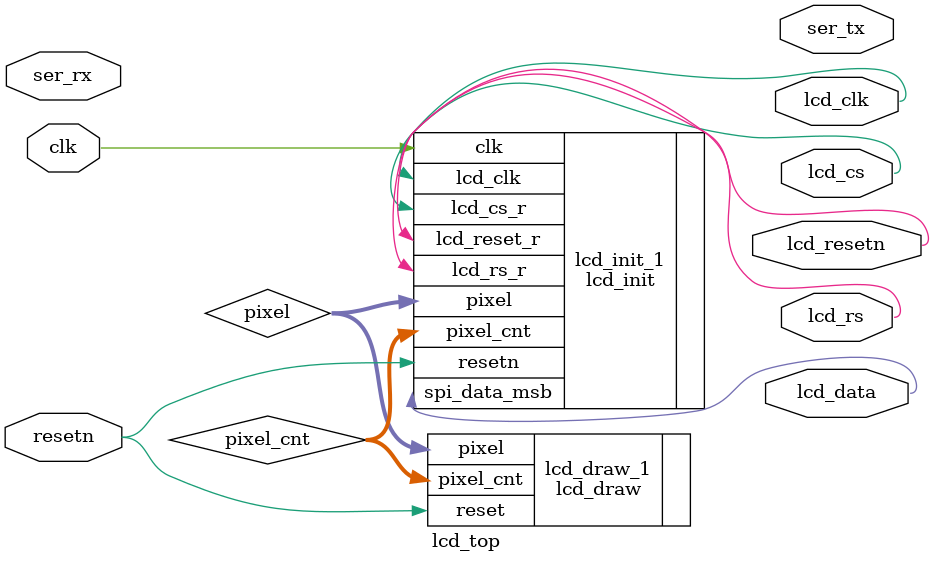
<source format=v>

`timescale 1ns/1ps

module lcd_top(
	input clk,      // 27M
	input resetn,   //key reset

	output ser_tx,          //JTAG serial tx
	input ser_rx,           //JTAG serial rx

	output lcd_resetn,      //RST  PIN47_IOB43B_SPILCD_EN
	output lcd_clk,         //SCL  PIN76_IOT37B_SPILCD_MCLK
	output lcd_cs,          //CS   PIN48_IOR24B_SPILCD_CS
	output lcd_rs,          //RS   PIN49_IOR24A_SPILCD_RS     DC:0:cmd  1:data 
	output lcd_data         //SDA  PIN77_IOT37A_SPILCD_MO
);


wire [15:0] pixel,pixel_cnt;
lcd_draw lcd_draw_1(
.reset          (resetn),
.pixel_cnt      (pixel_cnt),
.pixel          (pixel)
);

reg lcd_cs_r,lcd_reset_r,lcd_rs_r;
lcd_init lcd_init_1(
.clk            (clk),
.lcd_clk        (lcd_clk),
.resetn         (resetn),
.pixel          (pixel),
.pixel_cnt      (pixel_cnt),
.lcd_reset_r    (lcd_resetn),
.lcd_cs_r       (lcd_cs),
.lcd_rs_r       (lcd_rs),
.spi_data_msb   (lcd_data)

);

endmodule

</source>
